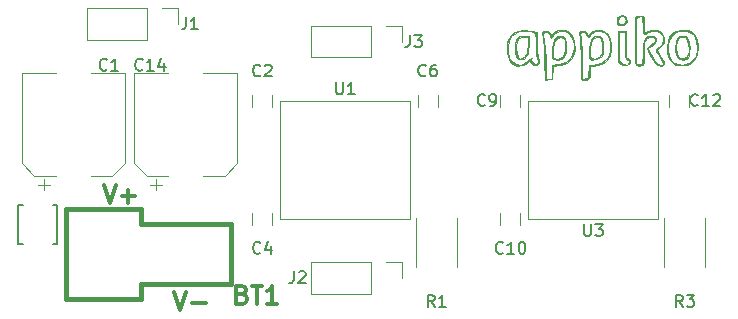
<source format=gto>
G04 #@! TF.GenerationSoftware,KiCad,Pcbnew,5.1.4-e60b266~84~ubuntu18.04.1*
G04 #@! TF.CreationDate,2019-09-11T16:52:19+05:30*
G04 #@! TF.ProjectId,SenseCam_STCS2A_rev1,53656e73-6543-4616-9d5f-535443533241,rev?*
G04 #@! TF.SameCoordinates,Original*
G04 #@! TF.FileFunction,Legend,Top*
G04 #@! TF.FilePolarity,Positive*
%FSLAX46Y46*%
G04 Gerber Fmt 4.6, Leading zero omitted, Abs format (unit mm)*
G04 Created by KiCad (PCBNEW 5.1.4-e60b266~84~ubuntu18.04.1) date 2019-09-11 16:52:19*
%MOMM*%
%LPD*%
G04 APERTURE LIST*
%ADD10C,0.010000*%
%ADD11C,0.120000*%
%ADD12C,0.381000*%
%ADD13C,0.150000*%
%ADD14C,0.304800*%
G04 APERTURE END LIST*
D10*
G36*
X147703057Y-102044874D02*
G01*
X147989623Y-102188619D01*
X148077243Y-102272266D01*
X148299530Y-102645163D01*
X148415913Y-103092238D01*
X148429693Y-103569854D01*
X148344172Y-104034375D01*
X148162652Y-104442165D01*
X147889902Y-104748469D01*
X147602113Y-104909092D01*
X147232292Y-104996601D01*
X147097947Y-105011521D01*
X146590548Y-105057530D01*
X146541000Y-106177666D01*
X146234404Y-106203294D01*
X145927809Y-106228921D01*
X145882476Y-104552294D01*
X145860644Y-103939233D01*
X145831254Y-103405597D01*
X145796179Y-102975940D01*
X145757292Y-102674818D01*
X145730388Y-102558238D01*
X145663229Y-102327318D01*
X145669845Y-102286464D01*
X145770397Y-102286464D01*
X145774912Y-102439328D01*
X145876101Y-102918337D01*
X145945476Y-103557711D01*
X145982506Y-104351398D01*
X145988964Y-104886500D01*
X145990666Y-106135333D01*
X146498666Y-106135333D01*
X146498666Y-104970352D01*
X146991036Y-104934737D01*
X147485635Y-104836120D01*
X147866143Y-104616053D01*
X148143081Y-104267743D01*
X148200006Y-104154042D01*
X148344783Y-103663304D01*
X148349239Y-103170812D01*
X148218188Y-102715715D01*
X147979601Y-102361075D01*
X147766537Y-102169418D01*
X147561600Y-102085721D01*
X147367920Y-102071333D01*
X147085357Y-102117032D01*
X146827288Y-102234102D01*
X146643667Y-102392501D01*
X146583333Y-102543145D01*
X146515425Y-102650030D01*
X146456333Y-102664000D01*
X146351291Y-102594107D01*
X146329333Y-102505033D01*
X146258486Y-102300976D01*
X146083072Y-102191463D01*
X145902322Y-102199500D01*
X145770397Y-102286464D01*
X145669845Y-102286464D01*
X145683138Y-102204386D01*
X145817725Y-102138879D01*
X145978797Y-102103340D01*
X146173625Y-102083419D01*
X146279331Y-102155564D01*
X146348777Y-102308185D01*
X146419157Y-102477468D01*
X146468214Y-102501979D01*
X146531971Y-102396274D01*
X146537822Y-102384562D01*
X146731380Y-102169777D01*
X147023638Y-102039122D01*
X147364296Y-101996264D01*
X147703057Y-102044874D01*
X147703057Y-102044874D01*
G37*
X147703057Y-102044874D02*
X147989623Y-102188619D01*
X148077243Y-102272266D01*
X148299530Y-102645163D01*
X148415913Y-103092238D01*
X148429693Y-103569854D01*
X148344172Y-104034375D01*
X148162652Y-104442165D01*
X147889902Y-104748469D01*
X147602113Y-104909092D01*
X147232292Y-104996601D01*
X147097947Y-105011521D01*
X146590548Y-105057530D01*
X146541000Y-106177666D01*
X146234404Y-106203294D01*
X145927809Y-106228921D01*
X145882476Y-104552294D01*
X145860644Y-103939233D01*
X145831254Y-103405597D01*
X145796179Y-102975940D01*
X145757292Y-102674818D01*
X145730388Y-102558238D01*
X145663229Y-102327318D01*
X145669845Y-102286464D01*
X145770397Y-102286464D01*
X145774912Y-102439328D01*
X145876101Y-102918337D01*
X145945476Y-103557711D01*
X145982506Y-104351398D01*
X145988964Y-104886500D01*
X145990666Y-106135333D01*
X146498666Y-106135333D01*
X146498666Y-104970352D01*
X146991036Y-104934737D01*
X147485635Y-104836120D01*
X147866143Y-104616053D01*
X148143081Y-104267743D01*
X148200006Y-104154042D01*
X148344783Y-103663304D01*
X148349239Y-103170812D01*
X148218188Y-102715715D01*
X147979601Y-102361075D01*
X147766537Y-102169418D01*
X147561600Y-102085721D01*
X147367920Y-102071333D01*
X147085357Y-102117032D01*
X146827288Y-102234102D01*
X146643667Y-102392501D01*
X146583333Y-102543145D01*
X146515425Y-102650030D01*
X146456333Y-102664000D01*
X146351291Y-102594107D01*
X146329333Y-102505033D01*
X146258486Y-102300976D01*
X146083072Y-102191463D01*
X145902322Y-102199500D01*
X145770397Y-102286464D01*
X145669845Y-102286464D01*
X145683138Y-102204386D01*
X145817725Y-102138879D01*
X145978797Y-102103340D01*
X146173625Y-102083419D01*
X146279331Y-102155564D01*
X146348777Y-102308185D01*
X146419157Y-102477468D01*
X146468214Y-102501979D01*
X146531971Y-102396274D01*
X146537822Y-102384562D01*
X146731380Y-102169777D01*
X147023638Y-102039122D01*
X147364296Y-101996264D01*
X147703057Y-102044874D01*
G36*
X150713637Y-102019334D02*
G01*
X151040455Y-102144541D01*
X151290051Y-102394522D01*
X151461450Y-102756601D01*
X151548751Y-103189756D01*
X151546054Y-103652959D01*
X151447457Y-104105188D01*
X151354293Y-104326405D01*
X151108168Y-104638578D01*
X150748683Y-104876559D01*
X150325225Y-105012918D01*
X150079060Y-105034666D01*
X149716000Y-105034666D01*
X149716000Y-105575941D01*
X149705268Y-105893653D01*
X149667867Y-106077634D01*
X149595992Y-106162430D01*
X149582075Y-106168608D01*
X149373797Y-106213002D01*
X149156133Y-106212081D01*
X149013685Y-106166593D01*
X149010444Y-106163555D01*
X148992788Y-106064957D01*
X148977390Y-105824291D01*
X148965177Y-105468816D01*
X148957073Y-105025791D01*
X148954004Y-104522476D01*
X148954000Y-104501211D01*
X148948383Y-103883107D01*
X148932332Y-103352427D01*
X148907045Y-102932767D01*
X148873721Y-102647722D01*
X148855768Y-102567443D01*
X148794735Y-102331856D01*
X148796685Y-102319274D01*
X148893073Y-102319274D01*
X148907266Y-102471598D01*
X148942547Y-102582875D01*
X148978388Y-102776637D01*
X149006795Y-103119474D01*
X149026758Y-103591246D01*
X149037269Y-104171817D01*
X149038666Y-104502331D01*
X149038666Y-106146062D01*
X149589000Y-106093000D01*
X149639070Y-104950000D01*
X150024572Y-104950000D01*
X150340316Y-104917284D01*
X150643334Y-104836063D01*
X150705593Y-104809767D01*
X151033734Y-104578846D01*
X151269229Y-104261737D01*
X151414742Y-103887571D01*
X151472936Y-103485478D01*
X151446475Y-103084591D01*
X151338023Y-102714041D01*
X151150244Y-102402958D01*
X150885801Y-102180473D01*
X150547360Y-102075719D01*
X150455181Y-102071333D01*
X150200278Y-102118942D01*
X149956377Y-102238872D01*
X149777289Y-102396775D01*
X149716000Y-102543145D01*
X149674845Y-102641956D01*
X149577197Y-102619869D01*
X149461781Y-102496012D01*
X149403602Y-102388833D01*
X149269835Y-102198486D01*
X149098531Y-102170201D01*
X148963714Y-102232871D01*
X148893073Y-102319274D01*
X148796685Y-102319274D01*
X148814161Y-102206565D01*
X148941386Y-102141080D01*
X149106548Y-102104323D01*
X149300703Y-102085987D01*
X149404914Y-102158653D01*
X149459999Y-102277738D01*
X149546249Y-102504593D01*
X149741940Y-102277090D01*
X150003480Y-102091077D01*
X150347338Y-102003121D01*
X150713637Y-102019334D01*
X150713637Y-102019334D01*
G37*
X150713637Y-102019334D02*
X151040455Y-102144541D01*
X151290051Y-102394522D01*
X151461450Y-102756601D01*
X151548751Y-103189756D01*
X151546054Y-103652959D01*
X151447457Y-104105188D01*
X151354293Y-104326405D01*
X151108168Y-104638578D01*
X150748683Y-104876559D01*
X150325225Y-105012918D01*
X150079060Y-105034666D01*
X149716000Y-105034666D01*
X149716000Y-105575941D01*
X149705268Y-105893653D01*
X149667867Y-106077634D01*
X149595992Y-106162430D01*
X149582075Y-106168608D01*
X149373797Y-106213002D01*
X149156133Y-106212081D01*
X149013685Y-106166593D01*
X149010444Y-106163555D01*
X148992788Y-106064957D01*
X148977390Y-105824291D01*
X148965177Y-105468816D01*
X148957073Y-105025791D01*
X148954004Y-104522476D01*
X148954000Y-104501211D01*
X148948383Y-103883107D01*
X148932332Y-103352427D01*
X148907045Y-102932767D01*
X148873721Y-102647722D01*
X148855768Y-102567443D01*
X148794735Y-102331856D01*
X148796685Y-102319274D01*
X148893073Y-102319274D01*
X148907266Y-102471598D01*
X148942547Y-102582875D01*
X148978388Y-102776637D01*
X149006795Y-103119474D01*
X149026758Y-103591246D01*
X149037269Y-104171817D01*
X149038666Y-104502331D01*
X149038666Y-106146062D01*
X149589000Y-106093000D01*
X149639070Y-104950000D01*
X150024572Y-104950000D01*
X150340316Y-104917284D01*
X150643334Y-104836063D01*
X150705593Y-104809767D01*
X151033734Y-104578846D01*
X151269229Y-104261737D01*
X151414742Y-103887571D01*
X151472936Y-103485478D01*
X151446475Y-103084591D01*
X151338023Y-102714041D01*
X151150244Y-102402958D01*
X150885801Y-102180473D01*
X150547360Y-102075719D01*
X150455181Y-102071333D01*
X150200278Y-102118942D01*
X149956377Y-102238872D01*
X149777289Y-102396775D01*
X149716000Y-102543145D01*
X149674845Y-102641956D01*
X149577197Y-102619869D01*
X149461781Y-102496012D01*
X149403602Y-102388833D01*
X149269835Y-102198486D01*
X149098531Y-102170201D01*
X148963714Y-102232871D01*
X148893073Y-102319274D01*
X148796685Y-102319274D01*
X148814161Y-102206565D01*
X148941386Y-102141080D01*
X149106548Y-102104323D01*
X149300703Y-102085987D01*
X149404914Y-102158653D01*
X149459999Y-102277738D01*
X149546249Y-102504593D01*
X149741940Y-102277090D01*
X150003480Y-102091077D01*
X150347338Y-102003121D01*
X150713637Y-102019334D01*
G36*
X144739735Y-102065652D02*
G01*
X144801165Y-102078349D01*
X145228666Y-102170031D01*
X145230686Y-103030849D01*
X145239810Y-103522143D01*
X145269942Y-103907442D01*
X145329201Y-104249593D01*
X145425707Y-104611442D01*
X145441682Y-104664087D01*
X145450762Y-104797253D01*
X145350652Y-104887486D01*
X145215392Y-104941940D01*
X144987575Y-104985938D01*
X144829651Y-104909474D01*
X144698395Y-104689728D01*
X144686705Y-104662826D01*
X144613199Y-104636996D01*
X144528585Y-104713838D01*
X144286497Y-104895608D01*
X143953462Y-105003983D01*
X143597583Y-105023687D01*
X143366000Y-104974601D01*
X143066541Y-104777254D01*
X142847947Y-104445827D01*
X142719759Y-103999818D01*
X142688666Y-103590505D01*
X142690871Y-103569725D01*
X142773333Y-103569725D01*
X142794735Y-103925512D01*
X142851409Y-104226862D01*
X142898641Y-104354062D01*
X143142009Y-104680143D01*
X143452624Y-104882187D01*
X143796341Y-104946658D01*
X144139014Y-104860025D01*
X144154732Y-104851896D01*
X144348749Y-104709800D01*
X144447816Y-104601443D01*
X144583725Y-104504631D01*
X144725641Y-104516194D01*
X144803501Y-104626155D01*
X144805333Y-104652358D01*
X144875017Y-104813449D01*
X145044499Y-104884889D01*
X145196829Y-104862258D01*
X145297387Y-104813156D01*
X145336170Y-104735978D01*
X145318909Y-104584105D01*
X145260329Y-104345557D01*
X145207765Y-104053957D01*
X145167561Y-103661573D01*
X145146000Y-103236844D01*
X145144000Y-103077940D01*
X145141992Y-102676898D01*
X145117586Y-102413228D01*
X145043209Y-102255047D01*
X144891287Y-102170472D01*
X144634247Y-102127619D01*
X144297333Y-102098952D01*
X143977486Y-102081854D01*
X143761093Y-102102409D01*
X143584257Y-102172441D01*
X143452681Y-102255257D01*
X143091557Y-102566238D01*
X142874228Y-102924162D01*
X142780632Y-103367850D01*
X142773333Y-103569725D01*
X142690871Y-103569725D01*
X142748623Y-103025540D01*
X142926107Y-102581488D01*
X143217539Y-102260912D01*
X143619341Y-102066372D01*
X144127932Y-102000432D01*
X144739735Y-102065652D01*
X144739735Y-102065652D01*
G37*
X144739735Y-102065652D02*
X144801165Y-102078349D01*
X145228666Y-102170031D01*
X145230686Y-103030849D01*
X145239810Y-103522143D01*
X145269942Y-103907442D01*
X145329201Y-104249593D01*
X145425707Y-104611442D01*
X145441682Y-104664087D01*
X145450762Y-104797253D01*
X145350652Y-104887486D01*
X145215392Y-104941940D01*
X144987575Y-104985938D01*
X144829651Y-104909474D01*
X144698395Y-104689728D01*
X144686705Y-104662826D01*
X144613199Y-104636996D01*
X144528585Y-104713838D01*
X144286497Y-104895608D01*
X143953462Y-105003983D01*
X143597583Y-105023687D01*
X143366000Y-104974601D01*
X143066541Y-104777254D01*
X142847947Y-104445827D01*
X142719759Y-103999818D01*
X142688666Y-103590505D01*
X142690871Y-103569725D01*
X142773333Y-103569725D01*
X142794735Y-103925512D01*
X142851409Y-104226862D01*
X142898641Y-104354062D01*
X143142009Y-104680143D01*
X143452624Y-104882187D01*
X143796341Y-104946658D01*
X144139014Y-104860025D01*
X144154732Y-104851896D01*
X144348749Y-104709800D01*
X144447816Y-104601443D01*
X144583725Y-104504631D01*
X144725641Y-104516194D01*
X144803501Y-104626155D01*
X144805333Y-104652358D01*
X144875017Y-104813449D01*
X145044499Y-104884889D01*
X145196829Y-104862258D01*
X145297387Y-104813156D01*
X145336170Y-104735978D01*
X145318909Y-104584105D01*
X145260329Y-104345557D01*
X145207765Y-104053957D01*
X145167561Y-103661573D01*
X145146000Y-103236844D01*
X145144000Y-103077940D01*
X145141992Y-102676898D01*
X145117586Y-102413228D01*
X145043209Y-102255047D01*
X144891287Y-102170472D01*
X144634247Y-102127619D01*
X144297333Y-102098952D01*
X143977486Y-102081854D01*
X143761093Y-102102409D01*
X143584257Y-102172441D01*
X143452681Y-102255257D01*
X143091557Y-102566238D01*
X142874228Y-102924162D01*
X142780632Y-103367850D01*
X142773333Y-103569725D01*
X142690871Y-103569725D01*
X142748623Y-103025540D01*
X142926107Y-102581488D01*
X143217539Y-102260912D01*
X143619341Y-102066372D01*
X144127932Y-102000432D01*
X144739735Y-102065652D01*
G36*
X152764000Y-103222259D02*
G01*
X152765717Y-103685675D01*
X152773333Y-104007064D01*
X152790542Y-104213718D01*
X152821037Y-104332929D01*
X152868514Y-104391990D01*
X152925505Y-104415420D01*
X153083826Y-104528961D01*
X153133564Y-104713746D01*
X153057151Y-104898227D01*
X153046748Y-104909156D01*
X152827092Y-105018665D01*
X152550414Y-105003090D01*
X152383000Y-104933494D01*
X152220400Y-104817891D01*
X152151463Y-104745569D01*
X152129740Y-104632526D01*
X152111149Y-104382002D01*
X152097151Y-104025838D01*
X152089207Y-103595878D01*
X152087963Y-103362500D01*
X152086752Y-102156000D01*
X152171333Y-102156000D01*
X152171333Y-103380368D01*
X152172874Y-103862157D01*
X152180111Y-104204184D01*
X152196966Y-104436008D01*
X152227359Y-104587190D01*
X152275211Y-104687292D01*
X152344444Y-104765874D01*
X152356631Y-104777368D01*
X152592292Y-104918985D01*
X152831394Y-104938933D01*
X152994450Y-104855016D01*
X153052398Y-104711157D01*
X153001276Y-104575378D01*
X152891000Y-104526666D01*
X152809358Y-104502742D01*
X152751191Y-104415698D01*
X152712821Y-104242625D01*
X152690573Y-103960615D01*
X152680771Y-103546759D01*
X152679333Y-103207408D01*
X152679333Y-102156000D01*
X152171333Y-102156000D01*
X152086752Y-102156000D01*
X152086666Y-102071333D01*
X152764000Y-102071333D01*
X152764000Y-103222259D01*
X152764000Y-103222259D01*
G37*
X152764000Y-103222259D02*
X152765717Y-103685675D01*
X152773333Y-104007064D01*
X152790542Y-104213718D01*
X152821037Y-104332929D01*
X152868514Y-104391990D01*
X152925505Y-104415420D01*
X153083826Y-104528961D01*
X153133564Y-104713746D01*
X153057151Y-104898227D01*
X153046748Y-104909156D01*
X152827092Y-105018665D01*
X152550414Y-105003090D01*
X152383000Y-104933494D01*
X152220400Y-104817891D01*
X152151463Y-104745569D01*
X152129740Y-104632526D01*
X152111149Y-104382002D01*
X152097151Y-104025838D01*
X152089207Y-103595878D01*
X152087963Y-103362500D01*
X152086752Y-102156000D01*
X152171333Y-102156000D01*
X152171333Y-103380368D01*
X152172874Y-103862157D01*
X152180111Y-104204184D01*
X152196966Y-104436008D01*
X152227359Y-104587190D01*
X152275211Y-104687292D01*
X152344444Y-104765874D01*
X152356631Y-104777368D01*
X152592292Y-104918985D01*
X152831394Y-104938933D01*
X152994450Y-104855016D01*
X153052398Y-104711157D01*
X153001276Y-104575378D01*
X152891000Y-104526666D01*
X152809358Y-104502742D01*
X152751191Y-104415698D01*
X152712821Y-104242625D01*
X152690573Y-103960615D01*
X152680771Y-103546759D01*
X152679333Y-103207408D01*
X152679333Y-102156000D01*
X152171333Y-102156000D01*
X152086752Y-102156000D01*
X152086666Y-102071333D01*
X152764000Y-102071333D01*
X152764000Y-103222259D01*
G36*
X154182166Y-100791961D02*
G01*
X154237056Y-100853894D01*
X154270987Y-101040048D01*
X154286427Y-101368542D01*
X154288000Y-101569380D01*
X154290653Y-101928763D01*
X154302070Y-102144376D01*
X154327440Y-102241746D01*
X154371949Y-102246397D01*
X154417721Y-102207706D01*
X154640680Y-102080091D01*
X154962206Y-102009324D01*
X155317651Y-102007148D01*
X155431640Y-102023534D01*
X155734287Y-102157072D01*
X155931190Y-102414254D01*
X156010469Y-102777784D01*
X156011035Y-102867030D01*
X155978013Y-103116060D01*
X155868225Y-103307949D01*
X155701793Y-103469601D01*
X155401545Y-103729145D01*
X155740194Y-104261776D01*
X155898638Y-104535318D01*
X156003617Y-104764659D01*
X156035104Y-104905113D01*
X156032745Y-104914537D01*
X155919191Y-105003915D01*
X155716734Y-105031033D01*
X155494519Y-104994415D01*
X155362555Y-104928833D01*
X155250305Y-104804301D01*
X155093269Y-104580265D01*
X154917959Y-104301349D01*
X154750886Y-104012183D01*
X154618561Y-103757391D01*
X154547496Y-103581602D01*
X154542000Y-103547583D01*
X154611622Y-103439288D01*
X154782714Y-103320647D01*
X154817951Y-103302997D01*
X155082425Y-103133584D01*
X155233115Y-102944063D01*
X155250412Y-102764315D01*
X155213827Y-102699698D01*
X155024050Y-102588498D01*
X154782702Y-102596069D01*
X154550169Y-102714146D01*
X154463478Y-102802418D01*
X154385505Y-102920828D01*
X154334447Y-103063418D01*
X154304829Y-103266900D01*
X154291174Y-103567985D01*
X154288000Y-103978692D01*
X154284256Y-104404929D01*
X154270483Y-104690572D01*
X154242862Y-104864248D01*
X154197579Y-104954583D01*
X154154075Y-104983274D01*
X153853225Y-105024982D01*
X153631833Y-104978593D01*
X153596003Y-104922134D01*
X153568631Y-104774817D01*
X153548896Y-104520907D01*
X153535977Y-104144669D01*
X153529053Y-103630367D01*
X153527296Y-102974444D01*
X153529734Y-102510324D01*
X153610655Y-102510324D01*
X153610666Y-102901231D01*
X153613199Y-103457747D01*
X153620299Y-103956986D01*
X153631220Y-104374249D01*
X153645215Y-104684836D01*
X153661538Y-104864048D01*
X153670998Y-104897442D01*
X153792925Y-104934526D01*
X153946164Y-104932720D01*
X154036395Y-104917286D01*
X154098308Y-104876744D01*
X154138910Y-104782392D01*
X154165207Y-104605528D01*
X154184205Y-104317453D01*
X154202909Y-103889464D01*
X154203333Y-103879173D01*
X154233398Y-103360113D01*
X154281860Y-102987157D01*
X154360181Y-102737221D01*
X154479824Y-102587218D01*
X154652254Y-102514062D01*
X154888934Y-102494667D01*
X154890810Y-102494666D01*
X155158353Y-102551063D01*
X155311169Y-102695253D01*
X155348434Y-102889730D01*
X155269328Y-103096991D01*
X155073027Y-103279533D01*
X154909718Y-103357664D01*
X154722549Y-103440829D01*
X154629082Y-103512698D01*
X154626666Y-103521607D01*
X154667913Y-103625387D01*
X154774830Y-103828859D01*
X154922184Y-104088851D01*
X155084743Y-104362189D01*
X155237271Y-104605701D01*
X155354537Y-104776214D01*
X155374928Y-104801833D01*
X155501757Y-104883462D01*
X155686432Y-104939187D01*
X155864691Y-104958013D01*
X155972270Y-104928944D01*
X155981333Y-104905591D01*
X155939281Y-104817640D01*
X155828164Y-104625960D01*
X155670540Y-104369226D01*
X155642666Y-104324942D01*
X155478929Y-104055550D01*
X155358705Y-103838434D01*
X155304922Y-103715369D01*
X155304000Y-103707939D01*
X155366151Y-103609582D01*
X155519840Y-103468696D01*
X155562255Y-103436241D01*
X155831050Y-103161820D01*
X155939020Y-102860537D01*
X155888821Y-102560393D01*
X155688718Y-102273005D01*
X155397572Y-102108000D01*
X155049344Y-102073540D01*
X154677999Y-102177782D01*
X154560625Y-102241284D01*
X154409870Y-102326075D01*
X154309615Y-102345969D01*
X154248040Y-102278374D01*
X154213330Y-102100701D01*
X154193667Y-101790359D01*
X154183836Y-101521000D01*
X154169051Y-101184601D01*
X154146303Y-100984852D01*
X154105964Y-100889079D01*
X154038404Y-100864605D01*
X153991666Y-100868855D01*
X153870726Y-100888046D01*
X153778523Y-100918828D01*
X153711160Y-100981976D01*
X153664744Y-101098264D01*
X153635380Y-101288469D01*
X153619174Y-101573363D01*
X153612230Y-101973724D01*
X153610655Y-102510324D01*
X153529734Y-102510324D01*
X153530254Y-102411499D01*
X153537841Y-101903251D01*
X153549282Y-101474829D01*
X153563803Y-101151363D01*
X153580627Y-100957985D01*
X153590796Y-100915835D01*
X153725197Y-100834420D01*
X153962823Y-100790780D01*
X154182166Y-100791961D01*
X154182166Y-100791961D01*
G37*
X154182166Y-100791961D02*
X154237056Y-100853894D01*
X154270987Y-101040048D01*
X154286427Y-101368542D01*
X154288000Y-101569380D01*
X154290653Y-101928763D01*
X154302070Y-102144376D01*
X154327440Y-102241746D01*
X154371949Y-102246397D01*
X154417721Y-102207706D01*
X154640680Y-102080091D01*
X154962206Y-102009324D01*
X155317651Y-102007148D01*
X155431640Y-102023534D01*
X155734287Y-102157072D01*
X155931190Y-102414254D01*
X156010469Y-102777784D01*
X156011035Y-102867030D01*
X155978013Y-103116060D01*
X155868225Y-103307949D01*
X155701793Y-103469601D01*
X155401545Y-103729145D01*
X155740194Y-104261776D01*
X155898638Y-104535318D01*
X156003617Y-104764659D01*
X156035104Y-104905113D01*
X156032745Y-104914537D01*
X155919191Y-105003915D01*
X155716734Y-105031033D01*
X155494519Y-104994415D01*
X155362555Y-104928833D01*
X155250305Y-104804301D01*
X155093269Y-104580265D01*
X154917959Y-104301349D01*
X154750886Y-104012183D01*
X154618561Y-103757391D01*
X154547496Y-103581602D01*
X154542000Y-103547583D01*
X154611622Y-103439288D01*
X154782714Y-103320647D01*
X154817951Y-103302997D01*
X155082425Y-103133584D01*
X155233115Y-102944063D01*
X155250412Y-102764315D01*
X155213827Y-102699698D01*
X155024050Y-102588498D01*
X154782702Y-102596069D01*
X154550169Y-102714146D01*
X154463478Y-102802418D01*
X154385505Y-102920828D01*
X154334447Y-103063418D01*
X154304829Y-103266900D01*
X154291174Y-103567985D01*
X154288000Y-103978692D01*
X154284256Y-104404929D01*
X154270483Y-104690572D01*
X154242862Y-104864248D01*
X154197579Y-104954583D01*
X154154075Y-104983274D01*
X153853225Y-105024982D01*
X153631833Y-104978593D01*
X153596003Y-104922134D01*
X153568631Y-104774817D01*
X153548896Y-104520907D01*
X153535977Y-104144669D01*
X153529053Y-103630367D01*
X153527296Y-102974444D01*
X153529734Y-102510324D01*
X153610655Y-102510324D01*
X153610666Y-102901231D01*
X153613199Y-103457747D01*
X153620299Y-103956986D01*
X153631220Y-104374249D01*
X153645215Y-104684836D01*
X153661538Y-104864048D01*
X153670998Y-104897442D01*
X153792925Y-104934526D01*
X153946164Y-104932720D01*
X154036395Y-104917286D01*
X154098308Y-104876744D01*
X154138910Y-104782392D01*
X154165207Y-104605528D01*
X154184205Y-104317453D01*
X154202909Y-103889464D01*
X154203333Y-103879173D01*
X154233398Y-103360113D01*
X154281860Y-102987157D01*
X154360181Y-102737221D01*
X154479824Y-102587218D01*
X154652254Y-102514062D01*
X154888934Y-102494667D01*
X154890810Y-102494666D01*
X155158353Y-102551063D01*
X155311169Y-102695253D01*
X155348434Y-102889730D01*
X155269328Y-103096991D01*
X155073027Y-103279533D01*
X154909718Y-103357664D01*
X154722549Y-103440829D01*
X154629082Y-103512698D01*
X154626666Y-103521607D01*
X154667913Y-103625387D01*
X154774830Y-103828859D01*
X154922184Y-104088851D01*
X155084743Y-104362189D01*
X155237271Y-104605701D01*
X155354537Y-104776214D01*
X155374928Y-104801833D01*
X155501757Y-104883462D01*
X155686432Y-104939187D01*
X155864691Y-104958013D01*
X155972270Y-104928944D01*
X155981333Y-104905591D01*
X155939281Y-104817640D01*
X155828164Y-104625960D01*
X155670540Y-104369226D01*
X155642666Y-104324942D01*
X155478929Y-104055550D01*
X155358705Y-103838434D01*
X155304922Y-103715369D01*
X155304000Y-103707939D01*
X155366151Y-103609582D01*
X155519840Y-103468696D01*
X155562255Y-103436241D01*
X155831050Y-103161820D01*
X155939020Y-102860537D01*
X155888821Y-102560393D01*
X155688718Y-102273005D01*
X155397572Y-102108000D01*
X155049344Y-102073540D01*
X154677999Y-102177782D01*
X154560625Y-102241284D01*
X154409870Y-102326075D01*
X154309615Y-102345969D01*
X154248040Y-102278374D01*
X154213330Y-102100701D01*
X154193667Y-101790359D01*
X154183836Y-101521000D01*
X154169051Y-101184601D01*
X154146303Y-100984852D01*
X154105964Y-100889079D01*
X154038404Y-100864605D01*
X153991666Y-100868855D01*
X153870726Y-100888046D01*
X153778523Y-100918828D01*
X153711160Y-100981976D01*
X153664744Y-101098264D01*
X153635380Y-101288469D01*
X153619174Y-101573363D01*
X153612230Y-101973724D01*
X153610655Y-102510324D01*
X153529734Y-102510324D01*
X153530254Y-102411499D01*
X153537841Y-101903251D01*
X153549282Y-101474829D01*
X153563803Y-101151363D01*
X153580627Y-100957985D01*
X153590796Y-100915835D01*
X153725197Y-100834420D01*
X153962823Y-100790780D01*
X154182166Y-100791961D01*
G36*
X158009786Y-102032087D02*
G01*
X158377542Y-102172309D01*
X158636850Y-102434729D01*
X158793879Y-102826219D01*
X158854801Y-103353651D01*
X158855933Y-103486780D01*
X158802407Y-104043920D01*
X158646944Y-104468687D01*
X158383919Y-104767985D01*
X158007709Y-104948714D01*
X157612304Y-105013180D01*
X157246541Y-105013141D01*
X156967813Y-104948197D01*
X156828000Y-104882087D01*
X156562943Y-104646204D01*
X156377923Y-104299741D01*
X156273856Y-103881828D01*
X156266710Y-103736863D01*
X156335373Y-103736863D01*
X156418227Y-104159482D01*
X156595846Y-104521745D01*
X156857023Y-104775900D01*
X157217408Y-104916791D01*
X157630597Y-104941553D01*
X158025892Y-104849901D01*
X158162273Y-104781124D01*
X158475732Y-104524090D01*
X158671547Y-104193046D01*
X158763576Y-103758684D01*
X158775016Y-103485295D01*
X158741815Y-103005782D01*
X158631851Y-102647441D01*
X158430491Y-102373922D01*
X158276707Y-102247341D01*
X157952886Y-102107985D01*
X157560946Y-102070919D01*
X157167887Y-102136373D01*
X156928910Y-102242732D01*
X156644053Y-102506823D01*
X156449421Y-102870538D01*
X156346149Y-103293883D01*
X156335373Y-103736863D01*
X156266710Y-103736863D01*
X156251660Y-103431599D01*
X156312252Y-102988184D01*
X156456548Y-102590715D01*
X156685466Y-102278325D01*
X156765411Y-102211013D01*
X157035318Y-102081410D01*
X157427186Y-102014168D01*
X157527411Y-102007191D01*
X158009786Y-102032087D01*
X158009786Y-102032087D01*
G37*
X158009786Y-102032087D02*
X158377542Y-102172309D01*
X158636850Y-102434729D01*
X158793879Y-102826219D01*
X158854801Y-103353651D01*
X158855933Y-103486780D01*
X158802407Y-104043920D01*
X158646944Y-104468687D01*
X158383919Y-104767985D01*
X158007709Y-104948714D01*
X157612304Y-105013180D01*
X157246541Y-105013141D01*
X156967813Y-104948197D01*
X156828000Y-104882087D01*
X156562943Y-104646204D01*
X156377923Y-104299741D01*
X156273856Y-103881828D01*
X156266710Y-103736863D01*
X156335373Y-103736863D01*
X156418227Y-104159482D01*
X156595846Y-104521745D01*
X156857023Y-104775900D01*
X157217408Y-104916791D01*
X157630597Y-104941553D01*
X158025892Y-104849901D01*
X158162273Y-104781124D01*
X158475732Y-104524090D01*
X158671547Y-104193046D01*
X158763576Y-103758684D01*
X158775016Y-103485295D01*
X158741815Y-103005782D01*
X158631851Y-102647441D01*
X158430491Y-102373922D01*
X158276707Y-102247341D01*
X157952886Y-102107985D01*
X157560946Y-102070919D01*
X157167887Y-102136373D01*
X156928910Y-102242732D01*
X156644053Y-102506823D01*
X156449421Y-102870538D01*
X156346149Y-103293883D01*
X156335373Y-103736863D01*
X156266710Y-103736863D01*
X156251660Y-103431599D01*
X156312252Y-102988184D01*
X156456548Y-102590715D01*
X156685466Y-102278325D01*
X156765411Y-102211013D01*
X157035318Y-102081410D01*
X157427186Y-102014168D01*
X157527411Y-102007191D01*
X158009786Y-102032087D01*
G36*
X152673552Y-100842142D02*
G01*
X152825897Y-101018140D01*
X152857747Y-101254459D01*
X152783022Y-101450787D01*
X152629235Y-101561064D01*
X152400544Y-101607644D01*
X152184180Y-101575667D01*
X152150166Y-101558598D01*
X152039898Y-101407120D01*
X152006655Y-101189455D01*
X152110173Y-101189455D01*
X152142503Y-101391151D01*
X152172245Y-101437432D01*
X152309091Y-101547992D01*
X152472502Y-101535250D01*
X152600232Y-101475687D01*
X152737168Y-101329488D01*
X152754484Y-101143329D01*
X152676009Y-100967228D01*
X152525573Y-100851205D01*
X152327002Y-100845280D01*
X152303735Y-100853309D01*
X152170117Y-100982632D01*
X152110173Y-101189455D01*
X152006655Y-101189455D01*
X152004755Y-101177018D01*
X152052781Y-100945148D01*
X152080514Y-100893055D01*
X152212171Y-100808676D01*
X152423079Y-100773115D01*
X152425333Y-100773111D01*
X152673552Y-100842142D01*
X152673552Y-100842142D01*
G37*
X152673552Y-100842142D02*
X152825897Y-101018140D01*
X152857747Y-101254459D01*
X152783022Y-101450787D01*
X152629235Y-101561064D01*
X152400544Y-101607644D01*
X152184180Y-101575667D01*
X152150166Y-101558598D01*
X152039898Y-101407120D01*
X152006655Y-101189455D01*
X152110173Y-101189455D01*
X152142503Y-101391151D01*
X152172245Y-101437432D01*
X152309091Y-101547992D01*
X152472502Y-101535250D01*
X152600232Y-101475687D01*
X152737168Y-101329488D01*
X152754484Y-101143329D01*
X152676009Y-100967228D01*
X152525573Y-100851205D01*
X152327002Y-100845280D01*
X152303735Y-100853309D01*
X152170117Y-100982632D01*
X152110173Y-101189455D01*
X152006655Y-101189455D01*
X152004755Y-101177018D01*
X152052781Y-100945148D01*
X152080514Y-100893055D01*
X152212171Y-100808676D01*
X152423079Y-100773115D01*
X152425333Y-100773111D01*
X152673552Y-100842142D01*
G36*
X147407718Y-102517084D02*
G01*
X147550989Y-102598254D01*
X147645152Y-102784192D01*
X147713918Y-103104529D01*
X147725319Y-103178019D01*
X147738651Y-103549421D01*
X147682898Y-103924137D01*
X147571424Y-104239884D01*
X147464048Y-104395856D01*
X147280711Y-104486849D01*
X146996155Y-104526207D01*
X146959898Y-104526666D01*
X146722072Y-104514709D01*
X146599670Y-104460668D01*
X146539431Y-104337289D01*
X146531544Y-104307471D01*
X146512807Y-104110246D01*
X146582232Y-104110246D01*
X146611766Y-104309306D01*
X146731633Y-104413887D01*
X146940940Y-104444904D01*
X147178267Y-104405703D01*
X147382196Y-104299631D01*
X147418653Y-104265340D01*
X147550199Y-104056292D01*
X147637560Y-103799067D01*
X147638205Y-103795670D01*
X147662054Y-103499095D01*
X147640457Y-103176782D01*
X147582281Y-102887823D01*
X147496397Y-102691310D01*
X147467789Y-102660228D01*
X147262835Y-102585842D01*
X147039997Y-102654490D01*
X146841493Y-102850901D01*
X146812381Y-102897309D01*
X146718594Y-103133164D01*
X146643034Y-103455736D01*
X146594611Y-103802328D01*
X146582232Y-104110246D01*
X146512807Y-104110246D01*
X146502484Y-104001595D01*
X146529282Y-103613186D01*
X146602130Y-103215795D01*
X146711219Y-102882971D01*
X146725618Y-102852215D01*
X146853015Y-102640879D01*
X147002630Y-102542550D01*
X147191629Y-102511052D01*
X147407718Y-102517084D01*
X147407718Y-102517084D01*
G37*
X147407718Y-102517084D02*
X147550989Y-102598254D01*
X147645152Y-102784192D01*
X147713918Y-103104529D01*
X147725319Y-103178019D01*
X147738651Y-103549421D01*
X147682898Y-103924137D01*
X147571424Y-104239884D01*
X147464048Y-104395856D01*
X147280711Y-104486849D01*
X146996155Y-104526207D01*
X146959898Y-104526666D01*
X146722072Y-104514709D01*
X146599670Y-104460668D01*
X146539431Y-104337289D01*
X146531544Y-104307471D01*
X146512807Y-104110246D01*
X146582232Y-104110246D01*
X146611766Y-104309306D01*
X146731633Y-104413887D01*
X146940940Y-104444904D01*
X147178267Y-104405703D01*
X147382196Y-104299631D01*
X147418653Y-104265340D01*
X147550199Y-104056292D01*
X147637560Y-103799067D01*
X147638205Y-103795670D01*
X147662054Y-103499095D01*
X147640457Y-103176782D01*
X147582281Y-102887823D01*
X147496397Y-102691310D01*
X147467789Y-102660228D01*
X147262835Y-102585842D01*
X147039997Y-102654490D01*
X146841493Y-102850901D01*
X146812381Y-102897309D01*
X146718594Y-103133164D01*
X146643034Y-103455736D01*
X146594611Y-103802328D01*
X146582232Y-104110246D01*
X146512807Y-104110246D01*
X146502484Y-104001595D01*
X146529282Y-103613186D01*
X146602130Y-103215795D01*
X146711219Y-102882971D01*
X146725618Y-102852215D01*
X146853015Y-102640879D01*
X147002630Y-102542550D01*
X147191629Y-102511052D01*
X147407718Y-102517084D01*
G36*
X150546205Y-102523056D02*
G01*
X150695988Y-102618209D01*
X150786669Y-102819772D01*
X150831274Y-103151006D01*
X150841550Y-103434753D01*
X150818248Y-103886984D01*
X150722847Y-104200606D01*
X150541529Y-104395997D01*
X150260474Y-104493535D01*
X150112396Y-104510026D01*
X149870691Y-104517054D01*
X149745234Y-104481119D01*
X149684122Y-104379230D01*
X149665347Y-104311998D01*
X149645956Y-104110205D01*
X149714909Y-104110205D01*
X149744433Y-104309306D01*
X149866384Y-104420795D01*
X150075166Y-104446307D01*
X150315117Y-104391354D01*
X150530577Y-104261450D01*
X150564813Y-104228048D01*
X150673426Y-104089431D01*
X150733000Y-103930682D01*
X150756092Y-103698943D01*
X150756664Y-103420573D01*
X150736782Y-103088865D01*
X150693407Y-102828945D01*
X150641173Y-102698910D01*
X150460413Y-102593344D01*
X150243063Y-102622626D01*
X150034971Y-102773691D01*
X149944901Y-102897309D01*
X149851183Y-103133179D01*
X149775678Y-103455742D01*
X149727287Y-103802313D01*
X149714909Y-104110205D01*
X149645956Y-104110205D01*
X149635569Y-104002126D01*
X149662347Y-103610408D01*
X149735906Y-103210796D01*
X149846472Y-102877246D01*
X149858285Y-102852215D01*
X149985682Y-102640879D01*
X150135297Y-102542550D01*
X150324295Y-102511052D01*
X150546205Y-102523056D01*
X150546205Y-102523056D01*
G37*
X150546205Y-102523056D02*
X150695988Y-102618209D01*
X150786669Y-102819772D01*
X150831274Y-103151006D01*
X150841550Y-103434753D01*
X150818248Y-103886984D01*
X150722847Y-104200606D01*
X150541529Y-104395997D01*
X150260474Y-104493535D01*
X150112396Y-104510026D01*
X149870691Y-104517054D01*
X149745234Y-104481119D01*
X149684122Y-104379230D01*
X149665347Y-104311998D01*
X149645956Y-104110205D01*
X149714909Y-104110205D01*
X149744433Y-104309306D01*
X149866384Y-104420795D01*
X150075166Y-104446307D01*
X150315117Y-104391354D01*
X150530577Y-104261450D01*
X150564813Y-104228048D01*
X150673426Y-104089431D01*
X150733000Y-103930682D01*
X150756092Y-103698943D01*
X150756664Y-103420573D01*
X150736782Y-103088865D01*
X150693407Y-102828945D01*
X150641173Y-102698910D01*
X150460413Y-102593344D01*
X150243063Y-102622626D01*
X150034971Y-102773691D01*
X149944901Y-102897309D01*
X149851183Y-103133179D01*
X149775678Y-103455742D01*
X149727287Y-103802313D01*
X149714909Y-104110205D01*
X149645956Y-104110205D01*
X149635569Y-104002126D01*
X149662347Y-103610408D01*
X149735906Y-103210796D01*
X149846472Y-102877246D01*
X149858285Y-102852215D01*
X149985682Y-102640879D01*
X150135297Y-102542550D01*
X150324295Y-102511052D01*
X150546205Y-102523056D01*
G36*
X144538590Y-103250601D02*
G01*
X144514657Y-103651466D01*
X144474215Y-103926898D01*
X144408152Y-104120634D01*
X144331295Y-104245434D01*
X144118345Y-104433283D01*
X143869724Y-104513810D01*
X143639067Y-104477293D01*
X143528121Y-104391027D01*
X143451548Y-104203570D01*
X143410231Y-103905368D01*
X143403173Y-103551085D01*
X143403335Y-103548876D01*
X143493000Y-103548876D01*
X143524193Y-103990250D01*
X143614023Y-104287726D01*
X143756868Y-104436079D01*
X143947104Y-104430084D01*
X144179107Y-104264515D01*
X144219074Y-104223562D01*
X144323715Y-104090314D01*
X144389590Y-103932203D01*
X144428267Y-103703410D01*
X144451313Y-103358115D01*
X144454188Y-103292229D01*
X144484043Y-102579333D01*
X144149810Y-102579333D01*
X143858215Y-102615288D01*
X143662393Y-102737970D01*
X143547287Y-102969603D01*
X143497841Y-103332413D01*
X143493000Y-103548876D01*
X143403335Y-103548876D01*
X143429382Y-103195386D01*
X143487862Y-102892933D01*
X143558451Y-102724132D01*
X143673221Y-102584334D01*
X143818029Y-102516137D01*
X144054110Y-102495311D01*
X144138375Y-102494666D01*
X144568181Y-102494666D01*
X144538590Y-103250601D01*
X144538590Y-103250601D01*
G37*
X144538590Y-103250601D02*
X144514657Y-103651466D01*
X144474215Y-103926898D01*
X144408152Y-104120634D01*
X144331295Y-104245434D01*
X144118345Y-104433283D01*
X143869724Y-104513810D01*
X143639067Y-104477293D01*
X143528121Y-104391027D01*
X143451548Y-104203570D01*
X143410231Y-103905368D01*
X143403173Y-103551085D01*
X143403335Y-103548876D01*
X143493000Y-103548876D01*
X143524193Y-103990250D01*
X143614023Y-104287726D01*
X143756868Y-104436079D01*
X143947104Y-104430084D01*
X144179107Y-104264515D01*
X144219074Y-104223562D01*
X144323715Y-104090314D01*
X144389590Y-103932203D01*
X144428267Y-103703410D01*
X144451313Y-103358115D01*
X144454188Y-103292229D01*
X144484043Y-102579333D01*
X144149810Y-102579333D01*
X143858215Y-102615288D01*
X143662393Y-102737970D01*
X143547287Y-102969603D01*
X143497841Y-103332413D01*
X143493000Y-103548876D01*
X143403335Y-103548876D01*
X143429382Y-103195386D01*
X143487862Y-102892933D01*
X143558451Y-102724132D01*
X143673221Y-102584334D01*
X143818029Y-102516137D01*
X144054110Y-102495311D01*
X144138375Y-102494666D01*
X144568181Y-102494666D01*
X144538590Y-103250601D01*
G36*
X144805333Y-104399666D02*
G01*
X144763000Y-104442000D01*
X144720666Y-104399666D01*
X144763000Y-104357333D01*
X144805333Y-104399666D01*
X144805333Y-104399666D01*
G37*
X144805333Y-104399666D02*
X144763000Y-104442000D01*
X144720666Y-104399666D01*
X144763000Y-104357333D01*
X144805333Y-104399666D01*
G36*
X157839914Y-102558463D02*
G01*
X158042887Y-102752763D01*
X158154506Y-103081929D01*
X158176789Y-103550323D01*
X158156832Y-103821177D01*
X158099833Y-104174849D01*
X158001777Y-104390187D01*
X157838040Y-104497392D01*
X157583996Y-104526665D01*
X157581584Y-104526666D01*
X157332262Y-104497706D01*
X157171312Y-104387341D01*
X157108853Y-104303257D01*
X157010476Y-104059845D01*
X156966278Y-103697548D01*
X156965001Y-103634842D01*
X157038462Y-103634842D01*
X157080266Y-103968279D01*
X157170427Y-104219898D01*
X157208408Y-104272013D01*
X157429560Y-104411168D01*
X157679984Y-104420994D01*
X157899371Y-104307981D01*
X157988987Y-104188000D01*
X158078437Y-103893662D01*
X158101960Y-103540937D01*
X158065738Y-103183199D01*
X157975953Y-102873820D01*
X157838787Y-102666173D01*
X157810158Y-102644129D01*
X157579938Y-102581894D01*
X157333534Y-102650836D01*
X157204690Y-102753428D01*
X157100525Y-102966437D01*
X157045165Y-103280568D01*
X157038462Y-103634842D01*
X156965001Y-103634842D01*
X156962470Y-103510666D01*
X156993383Y-103052512D01*
X157091260Y-102739505D01*
X157263812Y-102558167D01*
X157518749Y-102495016D01*
X157543570Y-102494666D01*
X157839914Y-102558463D01*
X157839914Y-102558463D01*
G37*
X157839914Y-102558463D02*
X158042887Y-102752763D01*
X158154506Y-103081929D01*
X158176789Y-103550323D01*
X158156832Y-103821177D01*
X158099833Y-104174849D01*
X158001777Y-104390187D01*
X157838040Y-104497392D01*
X157583996Y-104526665D01*
X157581584Y-104526666D01*
X157332262Y-104497706D01*
X157171312Y-104387341D01*
X157108853Y-104303257D01*
X157010476Y-104059845D01*
X156966278Y-103697548D01*
X156965001Y-103634842D01*
X157038462Y-103634842D01*
X157080266Y-103968279D01*
X157170427Y-104219898D01*
X157208408Y-104272013D01*
X157429560Y-104411168D01*
X157679984Y-104420994D01*
X157899371Y-104307981D01*
X157988987Y-104188000D01*
X158078437Y-103893662D01*
X158101960Y-103540937D01*
X158065738Y-103183199D01*
X157975953Y-102873820D01*
X157838787Y-102666173D01*
X157810158Y-102644129D01*
X157579938Y-102581894D01*
X157333534Y-102650836D01*
X157204690Y-102753428D01*
X157100525Y-102966437D01*
X157045165Y-103280568D01*
X157038462Y-103634842D01*
X156965001Y-103634842D01*
X156962470Y-103510666D01*
X156993383Y-103052512D01*
X157091260Y-102739505D01*
X157263812Y-102558167D01*
X157518749Y-102495016D01*
X157543570Y-102494666D01*
X157839914Y-102558463D01*
D11*
X102990000Y-115100000D02*
X103990000Y-115100000D01*
X103490000Y-115600000D02*
X103490000Y-114600000D01*
X109295563Y-114360000D02*
X110360000Y-113295563D01*
X102704437Y-114360000D02*
X101640000Y-113295563D01*
X102704437Y-114360000D02*
X104490000Y-114360000D01*
X109295563Y-114360000D02*
X107510000Y-114360000D01*
X110360000Y-113295563D02*
X110360000Y-105640000D01*
X101640000Y-113295563D02*
X101640000Y-105640000D01*
X101640000Y-105640000D02*
X104490000Y-105640000D01*
X110360000Y-105640000D02*
X107510000Y-105640000D01*
X155500000Y-118000000D02*
X144500000Y-118000000D01*
X155500000Y-108000000D02*
X155500000Y-118000000D01*
X144500000Y-108000000D02*
X155500000Y-108000000D01*
X144500000Y-118000000D02*
X144500000Y-108000000D01*
X134500000Y-118000000D02*
X123500000Y-118000000D01*
X134500000Y-108000000D02*
X134500000Y-118000000D01*
X123500000Y-108000000D02*
X134500000Y-108000000D01*
X123500000Y-118000000D02*
X123500000Y-108000000D01*
X156040000Y-117947936D02*
X156040000Y-122052064D01*
X159460000Y-117947936D02*
X159460000Y-122052064D01*
X135040000Y-117947936D02*
X135040000Y-122052064D01*
X138460000Y-117947936D02*
X138460000Y-122052064D01*
X126090000Y-101670000D02*
X126090000Y-104330000D01*
X131230000Y-101670000D02*
X126090000Y-101670000D01*
X131230000Y-104330000D02*
X126090000Y-104330000D01*
X131230000Y-101670000D02*
X131230000Y-104330000D01*
X132500000Y-101670000D02*
X133830000Y-101670000D01*
X133830000Y-101670000D02*
X133830000Y-103000000D01*
X133830000Y-121670000D02*
X133830000Y-123000000D01*
X132500000Y-121670000D02*
X133830000Y-121670000D01*
X131230000Y-121670000D02*
X131230000Y-124330000D01*
X131230000Y-124330000D02*
X126090000Y-124330000D01*
X131230000Y-121670000D02*
X126090000Y-121670000D01*
X126090000Y-121670000D02*
X126090000Y-124330000D01*
X114870000Y-100170000D02*
X114870000Y-101500000D01*
X113540000Y-100170000D02*
X114870000Y-100170000D01*
X112270000Y-100170000D02*
X112270000Y-102830000D01*
X112270000Y-102830000D02*
X107130000Y-102830000D01*
X112270000Y-100170000D02*
X107130000Y-100170000D01*
X107130000Y-100170000D02*
X107130000Y-102830000D01*
X156400000Y-107500000D02*
X156400000Y-108500000D01*
X158100000Y-108500000D02*
X158100000Y-107500000D01*
X142150000Y-117500000D02*
X142150000Y-118500000D01*
X143850000Y-118500000D02*
X143850000Y-117500000D01*
X143850000Y-108500000D02*
X143850000Y-107500000D01*
X142150000Y-107500000D02*
X142150000Y-108500000D01*
X135150000Y-107500000D02*
X135150000Y-108500000D01*
X136850000Y-108500000D02*
X136850000Y-107500000D01*
X122850000Y-118500000D02*
X122850000Y-117500000D01*
X121150000Y-117500000D02*
X121150000Y-118500000D01*
X122850000Y-108500000D02*
X122850000Y-107500000D01*
X121150000Y-107500000D02*
X121150000Y-108500000D01*
D12*
X111730000Y-123540000D02*
X111730000Y-124810000D01*
X119350000Y-123540000D02*
X111730000Y-123540000D01*
X119350000Y-118460000D02*
X119350000Y-123540000D01*
X111730000Y-118460000D02*
X119350000Y-118460000D01*
X111730000Y-117190000D02*
X111730000Y-118460000D01*
X105380000Y-117190000D02*
X111730000Y-117190000D01*
X105380000Y-124810000D02*
X105380000Y-117190000D01*
X111730000Y-124810000D02*
X105380000Y-124810000D01*
D13*
X101730000Y-120150000D02*
X101350000Y-120150000D01*
X101350000Y-120150000D02*
X101350000Y-116850000D01*
X101350000Y-116850000D02*
X101730000Y-116850000D01*
X104270000Y-120150000D02*
X104650000Y-120150000D01*
X104650000Y-120150000D02*
X104650000Y-116850000D01*
X104650000Y-116850000D02*
X104270000Y-116850000D01*
D11*
X119860000Y-105640000D02*
X117010000Y-105640000D01*
X111140000Y-105640000D02*
X113990000Y-105640000D01*
X111140000Y-113295563D02*
X111140000Y-105640000D01*
X119860000Y-113295563D02*
X119860000Y-105640000D01*
X118795563Y-114360000D02*
X117010000Y-114360000D01*
X112204437Y-114360000D02*
X113990000Y-114360000D01*
X112204437Y-114360000D02*
X111140000Y-113295563D01*
X118795563Y-114360000D02*
X119860000Y-113295563D01*
X112990000Y-115600000D02*
X112990000Y-114600000D01*
X112490000Y-115100000D02*
X113490000Y-115100000D01*
D13*
X108833333Y-105357142D02*
X108785714Y-105404761D01*
X108642857Y-105452380D01*
X108547619Y-105452380D01*
X108404761Y-105404761D01*
X108309523Y-105309523D01*
X108261904Y-105214285D01*
X108214285Y-105023809D01*
X108214285Y-104880952D01*
X108261904Y-104690476D01*
X108309523Y-104595238D01*
X108404761Y-104500000D01*
X108547619Y-104452380D01*
X108642857Y-104452380D01*
X108785714Y-104500000D01*
X108833333Y-104547619D01*
X109785714Y-105452380D02*
X109214285Y-105452380D01*
X109500000Y-105452380D02*
X109500000Y-104452380D01*
X109404761Y-104595238D01*
X109309523Y-104690476D01*
X109214285Y-104738095D01*
X149238095Y-118452380D02*
X149238095Y-119261904D01*
X149285714Y-119357142D01*
X149333333Y-119404761D01*
X149428571Y-119452380D01*
X149619047Y-119452380D01*
X149714285Y-119404761D01*
X149761904Y-119357142D01*
X149809523Y-119261904D01*
X149809523Y-118452380D01*
X150190476Y-118452380D02*
X150809523Y-118452380D01*
X150476190Y-118833333D01*
X150619047Y-118833333D01*
X150714285Y-118880952D01*
X150761904Y-118928571D01*
X150809523Y-119023809D01*
X150809523Y-119261904D01*
X150761904Y-119357142D01*
X150714285Y-119404761D01*
X150619047Y-119452380D01*
X150333333Y-119452380D01*
X150238095Y-119404761D01*
X150190476Y-119357142D01*
X128238095Y-106452380D02*
X128238095Y-107261904D01*
X128285714Y-107357142D01*
X128333333Y-107404761D01*
X128428571Y-107452380D01*
X128619047Y-107452380D01*
X128714285Y-107404761D01*
X128761904Y-107357142D01*
X128809523Y-107261904D01*
X128809523Y-106452380D01*
X129809523Y-107452380D02*
X129238095Y-107452380D01*
X129523809Y-107452380D02*
X129523809Y-106452380D01*
X129428571Y-106595238D01*
X129333333Y-106690476D01*
X129238095Y-106738095D01*
X157583333Y-125452380D02*
X157250000Y-124976190D01*
X157011904Y-125452380D02*
X157011904Y-124452380D01*
X157392857Y-124452380D01*
X157488095Y-124500000D01*
X157535714Y-124547619D01*
X157583333Y-124642857D01*
X157583333Y-124785714D01*
X157535714Y-124880952D01*
X157488095Y-124928571D01*
X157392857Y-124976190D01*
X157011904Y-124976190D01*
X157916666Y-124452380D02*
X158535714Y-124452380D01*
X158202380Y-124833333D01*
X158345238Y-124833333D01*
X158440476Y-124880952D01*
X158488095Y-124928571D01*
X158535714Y-125023809D01*
X158535714Y-125261904D01*
X158488095Y-125357142D01*
X158440476Y-125404761D01*
X158345238Y-125452380D01*
X158059523Y-125452380D01*
X157964285Y-125404761D01*
X157916666Y-125357142D01*
X136583333Y-125452380D02*
X136250000Y-124976190D01*
X136011904Y-125452380D02*
X136011904Y-124452380D01*
X136392857Y-124452380D01*
X136488095Y-124500000D01*
X136535714Y-124547619D01*
X136583333Y-124642857D01*
X136583333Y-124785714D01*
X136535714Y-124880952D01*
X136488095Y-124928571D01*
X136392857Y-124976190D01*
X136011904Y-124976190D01*
X137535714Y-125452380D02*
X136964285Y-125452380D01*
X137250000Y-125452380D02*
X137250000Y-124452380D01*
X137154761Y-124595238D01*
X137059523Y-124690476D01*
X136964285Y-124738095D01*
X134496666Y-102452380D02*
X134496666Y-103166666D01*
X134449047Y-103309523D01*
X134353809Y-103404761D01*
X134210952Y-103452380D01*
X134115714Y-103452380D01*
X134877619Y-102452380D02*
X135496666Y-102452380D01*
X135163333Y-102833333D01*
X135306190Y-102833333D01*
X135401428Y-102880952D01*
X135449047Y-102928571D01*
X135496666Y-103023809D01*
X135496666Y-103261904D01*
X135449047Y-103357142D01*
X135401428Y-103404761D01*
X135306190Y-103452380D01*
X135020476Y-103452380D01*
X134925238Y-103404761D01*
X134877619Y-103357142D01*
X124666666Y-122452380D02*
X124666666Y-123166666D01*
X124619047Y-123309523D01*
X124523809Y-123404761D01*
X124380952Y-123452380D01*
X124285714Y-123452380D01*
X125095238Y-122547619D02*
X125142857Y-122500000D01*
X125238095Y-122452380D01*
X125476190Y-122452380D01*
X125571428Y-122500000D01*
X125619047Y-122547619D01*
X125666666Y-122642857D01*
X125666666Y-122738095D01*
X125619047Y-122880952D01*
X125047619Y-123452380D01*
X125666666Y-123452380D01*
X115536666Y-100952380D02*
X115536666Y-101666666D01*
X115489047Y-101809523D01*
X115393809Y-101904761D01*
X115250952Y-101952380D01*
X115155714Y-101952380D01*
X116536666Y-101952380D02*
X115965238Y-101952380D01*
X116250952Y-101952380D02*
X116250952Y-100952380D01*
X116155714Y-101095238D01*
X116060476Y-101190476D01*
X115965238Y-101238095D01*
X158857142Y-108357142D02*
X158809523Y-108404761D01*
X158666666Y-108452380D01*
X158571428Y-108452380D01*
X158428571Y-108404761D01*
X158333333Y-108309523D01*
X158285714Y-108214285D01*
X158238095Y-108023809D01*
X158238095Y-107880952D01*
X158285714Y-107690476D01*
X158333333Y-107595238D01*
X158428571Y-107500000D01*
X158571428Y-107452380D01*
X158666666Y-107452380D01*
X158809523Y-107500000D01*
X158857142Y-107547619D01*
X159809523Y-108452380D02*
X159238095Y-108452380D01*
X159523809Y-108452380D02*
X159523809Y-107452380D01*
X159428571Y-107595238D01*
X159333333Y-107690476D01*
X159238095Y-107738095D01*
X160190476Y-107547619D02*
X160238095Y-107500000D01*
X160333333Y-107452380D01*
X160571428Y-107452380D01*
X160666666Y-107500000D01*
X160714285Y-107547619D01*
X160761904Y-107642857D01*
X160761904Y-107738095D01*
X160714285Y-107880952D01*
X160142857Y-108452380D01*
X160761904Y-108452380D01*
X142357142Y-120857142D02*
X142309523Y-120904761D01*
X142166666Y-120952380D01*
X142071428Y-120952380D01*
X141928571Y-120904761D01*
X141833333Y-120809523D01*
X141785714Y-120714285D01*
X141738095Y-120523809D01*
X141738095Y-120380952D01*
X141785714Y-120190476D01*
X141833333Y-120095238D01*
X141928571Y-120000000D01*
X142071428Y-119952380D01*
X142166666Y-119952380D01*
X142309523Y-120000000D01*
X142357142Y-120047619D01*
X143309523Y-120952380D02*
X142738095Y-120952380D01*
X143023809Y-120952380D02*
X143023809Y-119952380D01*
X142928571Y-120095238D01*
X142833333Y-120190476D01*
X142738095Y-120238095D01*
X143928571Y-119952380D02*
X144023809Y-119952380D01*
X144119047Y-120000000D01*
X144166666Y-120047619D01*
X144214285Y-120142857D01*
X144261904Y-120333333D01*
X144261904Y-120571428D01*
X144214285Y-120761904D01*
X144166666Y-120857142D01*
X144119047Y-120904761D01*
X144023809Y-120952380D01*
X143928571Y-120952380D01*
X143833333Y-120904761D01*
X143785714Y-120857142D01*
X143738095Y-120761904D01*
X143690476Y-120571428D01*
X143690476Y-120333333D01*
X143738095Y-120142857D01*
X143785714Y-120047619D01*
X143833333Y-120000000D01*
X143928571Y-119952380D01*
X140833333Y-108357142D02*
X140785714Y-108404761D01*
X140642857Y-108452380D01*
X140547619Y-108452380D01*
X140404761Y-108404761D01*
X140309523Y-108309523D01*
X140261904Y-108214285D01*
X140214285Y-108023809D01*
X140214285Y-107880952D01*
X140261904Y-107690476D01*
X140309523Y-107595238D01*
X140404761Y-107500000D01*
X140547619Y-107452380D01*
X140642857Y-107452380D01*
X140785714Y-107500000D01*
X140833333Y-107547619D01*
X141309523Y-108452380D02*
X141500000Y-108452380D01*
X141595238Y-108404761D01*
X141642857Y-108357142D01*
X141738095Y-108214285D01*
X141785714Y-108023809D01*
X141785714Y-107642857D01*
X141738095Y-107547619D01*
X141690476Y-107500000D01*
X141595238Y-107452380D01*
X141404761Y-107452380D01*
X141309523Y-107500000D01*
X141261904Y-107547619D01*
X141214285Y-107642857D01*
X141214285Y-107880952D01*
X141261904Y-107976190D01*
X141309523Y-108023809D01*
X141404761Y-108071428D01*
X141595238Y-108071428D01*
X141690476Y-108023809D01*
X141738095Y-107976190D01*
X141785714Y-107880952D01*
X135833333Y-105857142D02*
X135785714Y-105904761D01*
X135642857Y-105952380D01*
X135547619Y-105952380D01*
X135404761Y-105904761D01*
X135309523Y-105809523D01*
X135261904Y-105714285D01*
X135214285Y-105523809D01*
X135214285Y-105380952D01*
X135261904Y-105190476D01*
X135309523Y-105095238D01*
X135404761Y-105000000D01*
X135547619Y-104952380D01*
X135642857Y-104952380D01*
X135785714Y-105000000D01*
X135833333Y-105047619D01*
X136690476Y-104952380D02*
X136500000Y-104952380D01*
X136404761Y-105000000D01*
X136357142Y-105047619D01*
X136261904Y-105190476D01*
X136214285Y-105380952D01*
X136214285Y-105761904D01*
X136261904Y-105857142D01*
X136309523Y-105904761D01*
X136404761Y-105952380D01*
X136595238Y-105952380D01*
X136690476Y-105904761D01*
X136738095Y-105857142D01*
X136785714Y-105761904D01*
X136785714Y-105523809D01*
X136738095Y-105428571D01*
X136690476Y-105380952D01*
X136595238Y-105333333D01*
X136404761Y-105333333D01*
X136309523Y-105380952D01*
X136261904Y-105428571D01*
X136214285Y-105523809D01*
X121833333Y-120857142D02*
X121785714Y-120904761D01*
X121642857Y-120952380D01*
X121547619Y-120952380D01*
X121404761Y-120904761D01*
X121309523Y-120809523D01*
X121261904Y-120714285D01*
X121214285Y-120523809D01*
X121214285Y-120380952D01*
X121261904Y-120190476D01*
X121309523Y-120095238D01*
X121404761Y-120000000D01*
X121547619Y-119952380D01*
X121642857Y-119952380D01*
X121785714Y-120000000D01*
X121833333Y-120047619D01*
X122690476Y-120285714D02*
X122690476Y-120952380D01*
X122452380Y-119904761D02*
X122214285Y-120619047D01*
X122833333Y-120619047D01*
X121833333Y-105857142D02*
X121785714Y-105904761D01*
X121642857Y-105952380D01*
X121547619Y-105952380D01*
X121404761Y-105904761D01*
X121309523Y-105809523D01*
X121261904Y-105714285D01*
X121214285Y-105523809D01*
X121214285Y-105380952D01*
X121261904Y-105190476D01*
X121309523Y-105095238D01*
X121404761Y-105000000D01*
X121547619Y-104952380D01*
X121642857Y-104952380D01*
X121785714Y-105000000D01*
X121833333Y-105047619D01*
X122214285Y-105047619D02*
X122261904Y-105000000D01*
X122357142Y-104952380D01*
X122595238Y-104952380D01*
X122690476Y-105000000D01*
X122738095Y-105047619D01*
X122785714Y-105142857D01*
X122785714Y-105238095D01*
X122738095Y-105380952D01*
X122166666Y-105952380D01*
X122785714Y-105952380D01*
D14*
X120302571Y-124391142D02*
X120520285Y-124463714D01*
X120592857Y-124536285D01*
X120665428Y-124681428D01*
X120665428Y-124899142D01*
X120592857Y-125044285D01*
X120520285Y-125116857D01*
X120375142Y-125189428D01*
X119794571Y-125189428D01*
X119794571Y-123665428D01*
X120302571Y-123665428D01*
X120447714Y-123738000D01*
X120520285Y-123810571D01*
X120592857Y-123955714D01*
X120592857Y-124100857D01*
X120520285Y-124246000D01*
X120447714Y-124318571D01*
X120302571Y-124391142D01*
X119794571Y-124391142D01*
X121100857Y-123665428D02*
X121971714Y-123665428D01*
X121536285Y-125189428D02*
X121536285Y-123665428D01*
X123278000Y-125189428D02*
X122407142Y-125189428D01*
X122842571Y-125189428D02*
X122842571Y-123665428D01*
X122697428Y-123883142D01*
X122552285Y-124028285D01*
X122407142Y-124100857D01*
X108548571Y-115165428D02*
X109056571Y-116689428D01*
X109564571Y-115165428D01*
X110072571Y-116108857D02*
X111233714Y-116108857D01*
X110653142Y-116689428D02*
X110653142Y-115528285D01*
X114548571Y-124165428D02*
X115056571Y-125689428D01*
X115564571Y-124165428D01*
X116072571Y-125108857D02*
X117233714Y-125108857D01*
D13*
X111857142Y-105357142D02*
X111809523Y-105404761D01*
X111666666Y-105452380D01*
X111571428Y-105452380D01*
X111428571Y-105404761D01*
X111333333Y-105309523D01*
X111285714Y-105214285D01*
X111238095Y-105023809D01*
X111238095Y-104880952D01*
X111285714Y-104690476D01*
X111333333Y-104595238D01*
X111428571Y-104500000D01*
X111571428Y-104452380D01*
X111666666Y-104452380D01*
X111809523Y-104500000D01*
X111857142Y-104547619D01*
X112809523Y-105452380D02*
X112238095Y-105452380D01*
X112523809Y-105452380D02*
X112523809Y-104452380D01*
X112428571Y-104595238D01*
X112333333Y-104690476D01*
X112238095Y-104738095D01*
X113666666Y-104785714D02*
X113666666Y-105452380D01*
X113428571Y-104404761D02*
X113190476Y-105119047D01*
X113809523Y-105119047D01*
M02*

</source>
